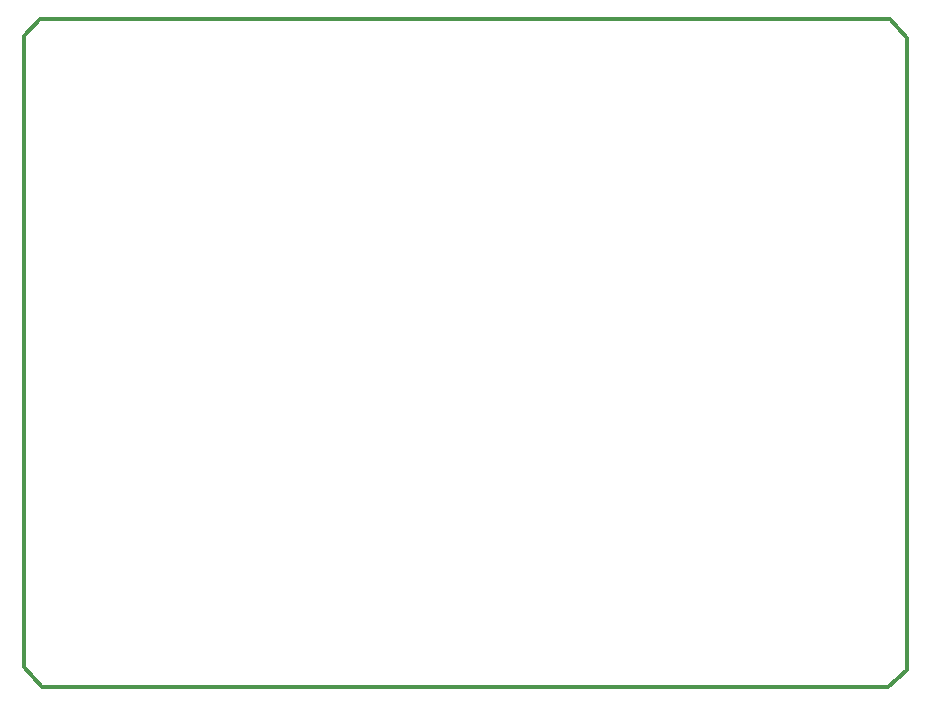
<source format=gbr>
%TF.GenerationSoftware,KiCad,Pcbnew,9.0.0*%
%TF.CreationDate,2025-04-23T21:59:36+02:00*%
%TF.ProjectId,Projecte,50726f6a-6563-4746-952e-6b696361645f,rev?*%
%TF.SameCoordinates,Original*%
%TF.FileFunction,Profile,NP*%
%FSLAX46Y46*%
G04 Gerber Fmt 4.6, Leading zero omitted, Abs format (unit mm)*
G04 Created by KiCad (PCBNEW 9.0.0) date 2025-04-23 21:59:36*
%MOMM*%
%LPD*%
G01*
G04 APERTURE LIST*
%TA.AperFunction,Profile*%
%ADD10C,0.300000*%
%TD*%
G04 APERTURE END LIST*
D10*
X229797953Y-73160000D02*
X231270000Y-74770000D01*
X157985069Y-129762983D02*
X229625312Y-129762983D01*
X156480000Y-128036101D02*
X156480000Y-74630000D01*
X157870002Y-73160000D02*
X229797953Y-73160000D01*
X231270000Y-128300000D02*
X231270000Y-74770000D01*
X156480000Y-128036101D02*
X157985069Y-129762983D01*
X157870002Y-73160000D02*
X156480000Y-74630000D01*
X231270000Y-128300000D02*
X229625312Y-129762983D01*
M02*

</source>
